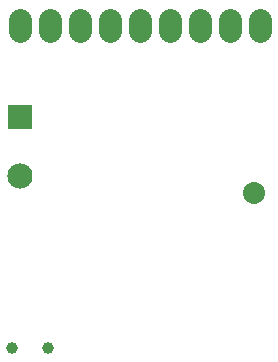
<source format=gbr>
G04 EAGLE Gerber RS-274X export*
G75*
%MOMM*%
%FSLAX34Y34*%
%LPD*%
%INSoldermask Bottom*%
%IPPOS*%
%AMOC8*
5,1,8,0,0,1.08239X$1,22.5*%
G01*
%ADD10C,0.990000*%
%ADD11R,2.133600X2.133600*%
%ADD12C,2.133600*%
%ADD13C,1.981200*%
%ADD14C,1.863600*%


D10*
X37070Y21890D03*
X67070Y21890D03*
D11*
X43180Y217170D03*
D12*
X43180Y167170D03*
D13*
X43180Y289941D02*
X43180Y299339D01*
X68580Y299339D02*
X68580Y289941D01*
X93980Y289941D02*
X93980Y299339D01*
X119380Y299339D02*
X119380Y289941D01*
X144780Y289941D02*
X144780Y299339D01*
X170180Y299339D02*
X170180Y289941D01*
X195580Y289941D02*
X195580Y299339D01*
X220980Y299339D02*
X220980Y289941D01*
X246380Y289941D02*
X246380Y299339D01*
D14*
X241300Y152400D03*
M02*

</source>
